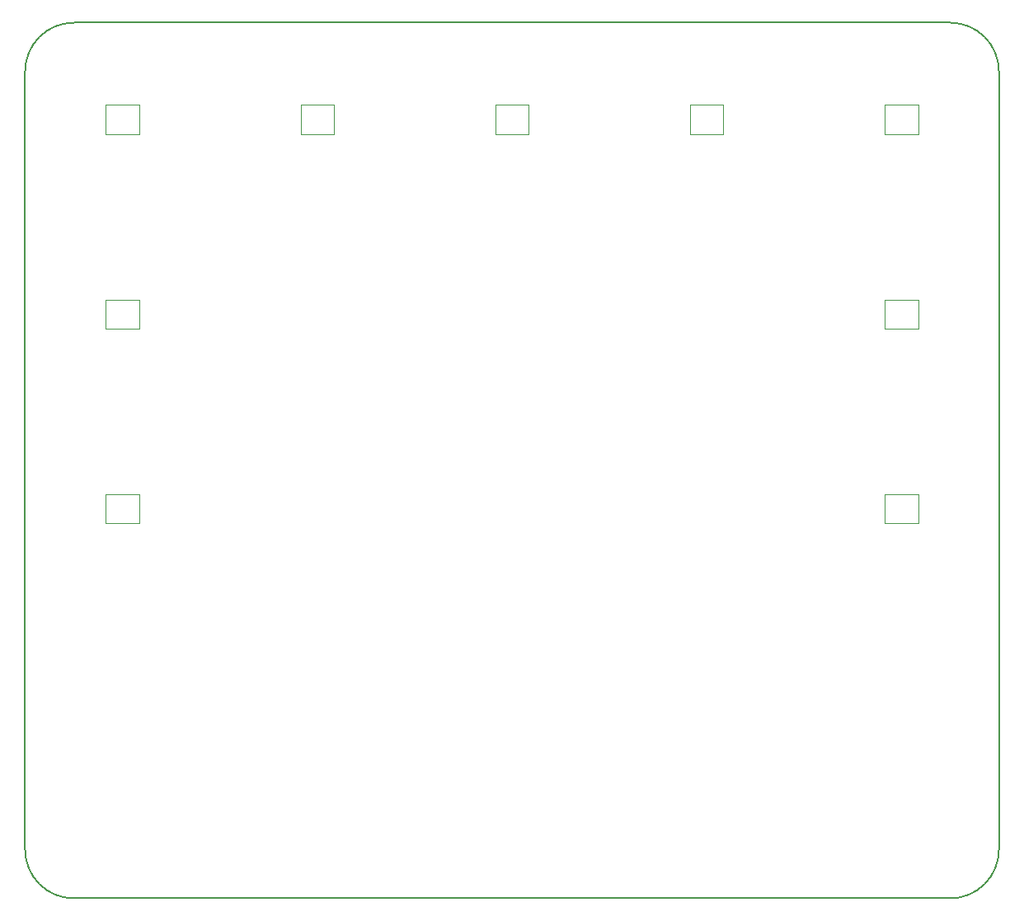
<source format=gbr>
G04 #@! TF.GenerationSoftware,KiCad,Pcbnew,(5.1.10)-1*
G04 #@! TF.CreationDate,2021-08-27T00:07:47-06:00*
G04 #@! TF.ProjectId,EncoderPad_RP2040,456e636f-6465-4725-9061-645f52503230,rev?*
G04 #@! TF.SameCoordinates,Original*
G04 #@! TF.FileFunction,Profile,NP*
%FSLAX46Y46*%
G04 Gerber Fmt 4.6, Leading zero omitted, Abs format (unit mm)*
G04 Created by KiCad (PCBNEW (5.1.10)-1) date 2021-08-27 00:07:47*
%MOMM*%
%LPD*%
G01*
G04 APERTURE LIST*
G04 #@! TA.AperFunction,Profile*
%ADD10C,0.150000*%
G04 #@! TD*
G04 #@! TA.AperFunction,Profile*
%ADD11C,0.050000*%
G04 #@! TD*
G04 APERTURE END LIST*
D10*
X150000000Y-145000000D02*
G75*
G02*
X145000000Y-150000000I-5000000J0D01*
G01*
X50000000Y-65000000D02*
G75*
G02*
X55000000Y-60000000I5000000J0D01*
G01*
X145000000Y-60000000D02*
G75*
G02*
X150000000Y-65000000I0J-5000000D01*
G01*
X55000000Y-150000000D02*
G75*
G02*
X50000000Y-145000000I0J5000000D01*
G01*
X55000000Y-60000000D02*
X145000000Y-60000000D01*
X150000000Y-145000000D02*
X150000000Y-65000000D01*
X55000000Y-150000000D02*
X145000000Y-150000000D01*
X50000000Y-65000000D02*
X50000000Y-145000000D01*
D11*
X141700000Y-108450000D02*
X141700000Y-111450000D01*
X138300000Y-108450000D02*
X141700000Y-108450000D01*
X138300000Y-111450000D02*
X138300000Y-108450000D01*
X141700000Y-111450000D02*
X138300000Y-111450000D01*
X141700000Y-88450000D02*
X141700000Y-91450000D01*
X138300000Y-88450000D02*
X141700000Y-88450000D01*
X138300000Y-91450000D02*
X138300000Y-88450000D01*
X141700000Y-91450000D02*
X138300000Y-91450000D01*
X141700000Y-68450000D02*
X141700000Y-71450000D01*
X138300000Y-68450000D02*
X141700000Y-68450000D01*
X138300000Y-71450000D02*
X138300000Y-68450000D01*
X141700000Y-71450000D02*
X138300000Y-71450000D01*
X121700000Y-68450000D02*
X121700000Y-71450000D01*
X118300000Y-68450000D02*
X121700000Y-68450000D01*
X118300000Y-71450000D02*
X118300000Y-68450000D01*
X121700000Y-71450000D02*
X118300000Y-71450000D01*
X101700000Y-68450000D02*
X101700000Y-71450000D01*
X98300000Y-68450000D02*
X101700000Y-68450000D01*
X98300000Y-71450000D02*
X98300000Y-68450000D01*
X101700000Y-71450000D02*
X98300000Y-71450000D01*
X81710000Y-68450000D02*
X81710000Y-71450000D01*
X78310000Y-68450000D02*
X81710000Y-68450000D01*
X78310000Y-71450000D02*
X78310000Y-68450000D01*
X81710000Y-71450000D02*
X78310000Y-71450000D01*
X61700000Y-68450000D02*
X61700000Y-71450000D01*
X58300000Y-68450000D02*
X61700000Y-68450000D01*
X58300000Y-71450000D02*
X58300000Y-68450000D01*
X61700000Y-71450000D02*
X58300000Y-71450000D01*
X61700000Y-88450000D02*
X61700000Y-91450000D01*
X58300000Y-88450000D02*
X61700000Y-88450000D01*
X58300000Y-91450000D02*
X58300000Y-88450000D01*
X61700000Y-91450000D02*
X58300000Y-91450000D01*
X61700000Y-108450000D02*
X61700000Y-111450000D01*
X58300000Y-108450000D02*
X61700000Y-108450000D01*
X58300000Y-111450000D02*
X58300000Y-108450000D01*
X61700000Y-111450000D02*
X58300000Y-111450000D01*
M02*

</source>
